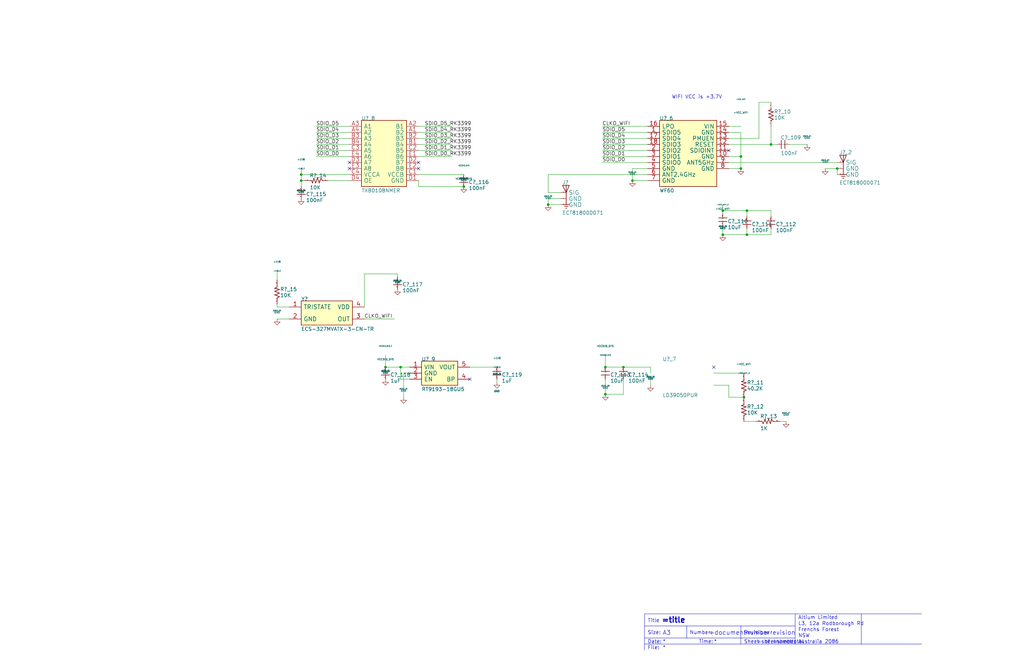
<source format=kicad_sch>
(kicad_sch (version 20230121) (generator eeschema)
  (paper "B")
  (title_block (title "[4]-WIFI Module WF60-SchDoc") (date "03 04 2023"))
  (lib_symbols
    (symbol "[4]-WIFI Module WF60-SchDoc-rescue:CAP_100nF-25V-10%-0201-" (pin_names (offset 1.016))
      (property "Reference" "C" (at 2.032 -1.524 0))
      (property "Value" "CAP_100nF-25V-10%-0201" (at 2.032 -4.064 90))
      (symbol "CAP_100nF-25V-10%-0201-_0_1"
        (polyline (pts (xy -0.762 1.778) (xy -0.762 -1.778)) (stroke (width 0.254)))
        (polyline (pts (xy 0.762 1.778) (xy 0.762 -1.778)) (stroke (width 0.254)))
        (pin passive line (at -2.54 0 0) (length 1.778) (name "1") (number "1"))
        (pin passive line (at 2.54 0 180) (length 1.778) (name "2") (number "2"))
      )
    )
    (symbol "[4]-WIFI Module WF60-SchDoc-rescue:CAP_10uF-10V-10%-0603-" (pin_names (offset 1.016))
      (property "Reference" "C" (at 2.032 -1.524 0))
      (property "Value" "CAP_10uF-10V-10%-0603" (at 2.032 -4.064 90))
      (symbol "CAP_10uF-10V-10%-0603-_0_1"
        (polyline (pts (xy -0.762 1.778) (xy -0.762 -1.778)) (stroke (width 0.254)))
        (polyline (pts (xy 0.762 1.778) (xy 0.762 -1.778)) (stroke (width 0.254)))
        (pin passive line (at -2.54 0 0) (length 1.778) (name "1") (number "1"))
        (pin passive line (at 2.54 0 180) (length 1.778) (name "2") (number "2"))
      )
    )
    (symbol "[4]-WIFI Module WF60-SchDoc-rescue:CAP_1uF-16V-10%-0201-" (pin_names (offset 1.016))
      (property "Reference" "C" (at 2.032 -1.524 0))
      (property "Value" "CAP_1uF-16V-10%-0201" (at 2.032 -4.064 90))
      (symbol "CAP_1uF-16V-10%-0201-_0_1"
        (polyline (pts (xy -0.762 1.778) (xy -0.762 -1.778)) (stroke (width 0.254)))
        (polyline (pts (xy 0.762 1.778) (xy 0.762 -1.778)) (stroke (width 0.254)))
        (pin passive line (at -2.54 0 0) (length 1.778) (name "1") (number "1"))
        (pin passive line (at 2.54 0 180) (length 1.778) (name "2") (number "2"))
      )
    )
    (symbol "[4]-WIFI Module WF60-SchDoc-rescue:CON-PLG_3X1-ECT818000071-ST-SMD-" (pin_names (offset 1.016))
      (property "Reference" "J" (at -1.778 3.302 0))
      (property "Value" "CON-PLG_3X1-ECT818000071-ST-SMD" (at -1.778 -9.398 0))
      (symbol "CON-PLG_3X1-ECT818000071-ST-SMD-_0_1"
        (polyline (pts (xy -1.524 3.048) (xy 0 3.048)) (stroke (width 0.254)))
        (polyline (pts (xy -0.762 -5.842) (xy 0.762 -5.842)) (stroke (width 0.254)))
        (polyline (pts (xy -0.254 -6.604) (xy 0.254 -6.604)) (stroke (width 0.254)))
        (polyline (pts (xy 0 -5.08) (xy -1.27 -5.08)) (stroke (width 0.254)))
        (polyline (pts (xy 0 -5.08) (xy 1.27 -5.08)) (stroke (width 0.254)))
        (polyline (pts (xy 0 0) (xy -1.524 3.048)) (stroke (width 0.254)))
        (polyline (pts (xy 0 0) (xy 0 -5.08)) (stroke (width 0.254)))
        (polyline (pts (xy 0 3.048) (xy 0 0)) (stroke (width 0.254)))
        (polyline (pts (xy 0 3.048) (xy 1.27 3.048)) (stroke (width 0.254)))
        (polyline (pts (xy 1.27 3.048) (xy 0 0)) (stroke (width 0.254)))
        (pin passive line (at -2.54 -2.54 0) (length 2.54) (name "GND") (number "1"))
        (pin passive line (at -2.54 0 0) (length 2.54) (name "SIG") (number "2"))
        (pin passive line (at -2.54 -5.08 0) (length 2.54) (name "GND") (number "3"))
      )
    )
    (symbol "[4]-WIFI Module WF60-SchDoc-rescue:IC_TXB0108NMER-" (pin_names (offset 1.016))
      (property "Reference" "U" (at 0 0 0))
      (property "Value" "IC_TXB0108NMER" (at 0 -30.48 0))
      (symbol "IC_TXB0108NMER-_0_1"
        (rectangle (start 0 -27.94) (end 19.05 0) (stroke (width 0.254)) (fill (type background)))
        (pin passive line (at 24.13 -5.08 180) (length 5.08) (name "B2") (number "A1"))
        (pin passive line (at 24.13 -2.54 180) (length 5.08) (name "B1") (number "A2"))
        (pin passive line (at -5.08 -2.54 0) (length 5.08) (name "A1") (number "A3"))
        (pin passive line (at -5.08 -5.08 0) (length 5.08) (name "A2") (number "A4"))
        (pin passive line (at 24.13 -10.16 180) (length 5.08) (name "B4") (number "B1"))
        (pin passive line (at 24.13 -7.62 180) (length 5.08) (name "B3") (number "B2"))
        (pin passive line (at -5.08 -7.62 0) (length 5.08) (name "A3") (number "B3"))
        (pin passive line (at -5.08 -10.16 0) (length 5.08) (name "A4") (number "B4"))
        (pin passive line (at 24.13 -22.86 180) (length 5.08) (name "VCCB") (number "C1"))
        (pin passive line (at 24.13 -12.7 180) (length 5.08) (name "B5") (number "C2"))
        (pin passive line (at -5.08 -12.7 0) (length 5.08) (name "A5") (number "C3"))
        (pin passive line (at -5.08 -22.86 0) (length 5.08) (name "VCCA") (number "C4"))
        (pin passive line (at 24.13 -25.4 180) (length 5.08) (name "GND") (number "D1"))
        (pin passive line (at 24.13 -17.78 180) (length 5.08) (name "B7") (number "D2"))
        (pin passive line (at -5.08 -17.78 0) (length 5.08) (name "A7") (number "D3"))
        (pin passive line (at -5.08 -25.4 0) (length 5.08) (name "OE") (number "D4"))
        (pin passive line (at 24.13 -15.24 180) (length 5.08) (name "B6") (number "E1"))
        (pin passive line (at 24.13 -20.32 180) (length 5.08) (name "B8") (number "E2"))
        (pin passive line (at -5.08 -20.32 0) (length 5.08) (name "A8") (number "E3"))
        (pin passive line (at -5.08 -15.24 0) (length 5.08) (name "A6") (number "E4"))
      )
    )
    (symbol "[4]-WIFI Module WF60-SchDoc-rescue:MOD_WF60-SMD-" (pin_names (offset 1.016))
      (property "Reference" "U" (at 0 0 0))
      (property "Value" "MOD_WF60-SMD" (at 0 -30.48 0))
      (symbol "MOD_WF60-SMD-_0_1"
        (rectangle (start 0 -27.94) (end 24.13 0) (stroke (width 0.254)) (fill (type background)))
        (pin passive line (at -5.08 -5.08 0) (length 5.08) (name "SDIO5") (number "1"))
        (pin passive line (at 29.21 -15.24 180) (length 5.08) (name "GND") (number "10"))
        (pin passive line (at 29.21 -12.7 180) (length 5.08) (name "SDIOINT") (number "11"))
        (pin passive line (at 29.21 -10.16 180) (length 5.08) (name "RESET") (number "12"))
        (pin passive line (at 29.21 -7.62 180) (length 5.08) (name "PMUEN") (number "13"))
        (pin passive line (at 29.21 -5.08 180) (length 5.08) (name "GND") (number "14"))
        (pin passive line (at 29.21 -2.54 180) (length 5.08) (name "VIN") (number "15"))
        (pin passive line (at -5.08 -2.54 0) (length 5.08) (name "LPO") (number "16"))
        (pin passive line (at -5.08 -7.62 0) (length 5.08) (name "SDIO4") (number "17"))
        (pin passive line (at -5.08 -10.16 0) (length 5.08) (name "SDIO3") (number "18"))
        (pin passive line (at -5.08 -12.7 0) (length 5.08) (name "SDIO2") (number "2"))
        (pin passive line (at -5.08 -15.24 0) (length 5.08) (name "SDIO1") (number "3"))
        (pin passive line (at -5.08 -17.78 0) (length 5.08) (name "SDIO0") (number "4"))
        (pin passive line (at -5.08 -20.32 0) (length 5.08) (name "GND") (number "5"))
        (pin passive line (at -5.08 -22.86 0) (length 5.08) (name "ANT2.4GHz") (number "6"))
        (pin passive line (at -5.08 -25.4 0) (length 5.08) (name "GND") (number "7"))
        (pin passive line (at 29.21 -20.32 180) (length 5.08) (name "GND") (number "8"))
        (pin passive line (at 29.21 -17.78 180) (length 5.08) (name "ANT5GHz") (number "9"))
      )
    )
    (symbol "[4]-WIFI Module WF60-SchDoc-rescue:REG_1.8V-300mA-5.5V-SC70-5-" (pin_names (offset 1.016))
      (property "Reference" "U" (at 0 0 0))
      (property "Value" "REG_1.8V-300mA-5.5V-SC70-5" (at 0 -12.7 0))
      (symbol "REG_1.8V-300mA-5.5V-SC70-5-_0_1"
        (rectangle (start 0 -10.16) (end 15.24 0) (stroke (width 0.254)) (fill (type background)))
        (pin passive line (at -5.08 -2.54 0) (length 5.08) (name "VIN") (number "1"))
        (pin passive line (at -5.08 -5.08 0) (length 5.08) (name "GND") (number "2"))
        (pin passive line (at -5.08 -7.62 0) (length 5.08) (name "EN") (number "3"))
        (pin passive line (at 20.32 -7.62 180) (length 5.08) (name "BP") (number "4"))
        (pin passive line (at 20.32 -2.54 180) (length 5.08) (name "VOUT") (number "5"))
      )
    )
    (symbol "[4]-WIFI Module WF60-SchDoc-rescue:RES_10K-0.05W-1%-0201-" (pin_names (offset 1.016))
      (property "Reference" "R" (at 1.27 5.334 0))
      (property "Value" "RES_10K-0.05W-1%-0201" (at 1.27 2.794 90))
      (symbol "RES_10K-0.05W-1%-0201-_0_1"
        (polyline (pts (xy 2.032 0) (xy 2.54 0)) (stroke (width 0.254)))
        (polyline (pts (xy 3.048 -1.016) (xy 2.54 0)) (stroke (width 0.254)))
        (polyline (pts (xy 3.048 -1.016) (xy 3.81 1.016)) (stroke (width 0.254)))
        (polyline (pts (xy 4.572 -1.016) (xy 3.81 1.016)) (stroke (width 0.254)))
        (polyline (pts (xy 4.572 -1.016) (xy 5.334 1.016)) (stroke (width 0.254)))
        (polyline (pts (xy 5.334 1.016) (xy 6.096 -1.016)) (stroke (width 0.254)))
        (polyline (pts (xy 6.604 1.016) (xy 6.096 -1.016)) (stroke (width 0.254)))
        (polyline (pts (xy 6.604 1.016) (xy 7.112 0)) (stroke (width 0.254)))
        (polyline (pts (xy 7.62 0) (xy 7.112 0)) (stroke (width 0.254)))
        (pin passive line (at 0 0 0) (length 2.54) (name "1") (number "1"))
        (pin passive line (at 10.16 0 180) (length 2.54) (name "2") (number "2"))
      )
    )
    (symbol "[4]-WIFI Module WF60-SchDoc-rescue:RES_1K-0.05W-1%-0201-" (pin_names (offset 1.016))
      (property "Reference" "R" (at 1.778 1.27 0))
      (property "Value" "RES_1K-0.05W-1%-0201" (at 1.778 -3.81 0))
      (symbol "RES_1K-0.05W-1%-0201-_0_1"
        (polyline (pts (xy 2.032 0) (xy 2.54 0)) (stroke (width 0.254)))
        (polyline (pts (xy 3.048 -1.016) (xy 2.54 0)) (stroke (width 0.254)))
        (polyline (pts (xy 3.048 -1.016) (xy 3.81 1.016)) (stroke (width 0.254)))
        (polyline (pts (xy 4.572 -1.016) (xy 3.81 1.016)) (stroke (width 0.254)))
        (polyline (pts (xy 4.572 -1.016) (xy 5.334 1.016)) (stroke (width 0.254)))
        (polyline (pts (xy 5.334 1.016) (xy 6.096 -1.016)) (stroke (width 0.254)))
        (polyline (pts (xy 6.604 1.016) (xy 6.096 -1.016)) (stroke (width 0.254)))
        (polyline (pts (xy 6.604 1.016) (xy 7.112 0)) (stroke (width 0.254)))
        (polyline (pts (xy 7.62 0) (xy 7.112 0)) (stroke (width 0.254)))
        (pin passive line (at 0 0 0) (length 2.54) (name "1") (number "1"))
        (pin passive line (at 10.16 0 180) (length 2.54) (name "2") (number "2"))
      )
    )
    (symbol "[4]-WIFI Module WF60-SchDoc-rescue:RES_40.2K-0.05W-1%-0201-" (pin_names (offset 1.016))
      (property "Reference" "R" (at 1.27 5.334 0))
      (property "Value" "RES_40.2K-0.05W-1%-0201" (at 1.27 2.794 90))
      (symbol "RES_40.2K-0.05W-1%-0201-_0_1"
        (polyline (pts (xy 2.032 0) (xy 2.54 0)) (stroke (width 0.254)))
        (polyline (pts (xy 3.048 -1.016) (xy 2.54 0)) (stroke (width 0.254)))
        (polyline (pts (xy 3.048 -1.016) (xy 3.81 1.016)) (stroke (width 0.254)))
        (polyline (pts (xy 4.572 -1.016) (xy 3.81 1.016)) (stroke (width 0.254)))
        (polyline (pts (xy 4.572 -1.016) (xy 5.334 1.016)) (stroke (width 0.254)))
        (polyline (pts (xy 5.334 1.016) (xy 6.096 -1.016)) (stroke (width 0.254)))
        (polyline (pts (xy 6.604 1.016) (xy 6.096 -1.016)) (stroke (width 0.254)))
        (polyline (pts (xy 6.604 1.016) (xy 7.112 0)) (stroke (width 0.254)))
        (polyline (pts (xy 7.62 0) (xy 7.112 0)) (stroke (width 0.254)))
        (pin passive line (at 0 0 0) (length 2.54) (name "1") (number "1"))
        (pin passive line (at 10.16 0 180) (length 2.54) (name "2") (number "2"))
      )
    )
    (symbol "[4]-WIFI Module WF60-SchDoc-rescue:XTAL_ECS-327MVATX-2-CN-TR-" (pin_names (offset 1.016))
      (property "Reference" "Y" (at -21.59 10.16 0))
      (property "Value" "XTAL_ECS-327MVATX-2-CN-TR" (at -21.59 -2.54 0))
      (symbol "XTAL_ECS-327MVATX-2-CN-TR-_0_1"
        (rectangle (start 21.59 0) (end 0 -10.16) (stroke (width 0.254)) (fill (type background)))
        (pin passive line (at 26.67 -7.62 180) (length 5.08) (name "TRISTATE") (number "1"))
        (pin passive line (at 26.67 -2.54 180) (length 5.08) (name "GND") (number "2"))
        (pin passive line (at -5.08 -2.54 0) (length 5.08) (name "OUT") (number "3"))
        (pin passive line (at -5.08 -7.62 0) (length 5.08) (name "VDD") (number "4"))
      )
    )
    (symbol "power:GND" (power) (pin_names (offset 0))
      (property "Value" "GND" (at 0 -3.81 0))
      (symbol "GND_0_1"
        (polyline (pts (xy 0 0) (xy 0 -1.27) (xy 1.27 -1.27) (xy 0 -2.54) (xy -1.27 -1.27) (xy 0 -1.27)))
      )
      (symbol "GND_1_1"
        (pin power_in line (at 0 0 270) (length 0) hide (name "GND") (number "1"))
      )
    )
  )
  (junction (at 266.7 76.2))
  (junction (at 255.27 166.37))
  (junction (at 304.8 88.9))
  (junction (at 312.42 66.04))
  (junction (at 262.89 154.94))
  (junction (at 231.14 86.36))
  (junction (at 168.91 154.94))
  (junction (at 314.96 99.06))
  (junction (at 312.42 71.12))
  (junction (at 304.8 99.06))
  (junction (at 255.27 154.94))
  (junction (at 127 76.2))
  (junction (at 314.96 88.9))
  (junction (at 195.58 78.74))
  (junction (at 325.12 60.96))
  (junction (at 313.69 167.64))
  (junction (at 127 73.66))
  (junction (at 162.56 154.94))
  (junction (at 353.06 71.12))
  (no_connect (at 176.53 71.12))
  (no_connect (at 307.34 63.5))
  (no_connect (at 300.99 154.94))
  (no_connect (at 147.32 71.12))
  (no_connect (at 198.12 160.02))
  (no_connect (at 147.32 68.58))
  (no_connect (at 176.53 68.58))
  (wire (pts (xy 255.27 166.37) (xy 255.27 160.02)))
  (wire (pts (xy 274.32 162.56) (xy 274.32 160.02)))
  (polyline (pts (xy 363.22 259.08) (xy 388.62 259.08)))
  (wire (pts (xy 307.34 53.34) (xy 312.42 53.34)))
  (wire (pts (xy 312.42 66.04) (xy 312.42 55.88)))
  (wire (pts (xy 133.35 55.88) (xy 147.32 55.88)))
  (wire (pts (xy 231.14 86.36) (xy 231.14 83.82)))
  (wire (pts (xy 266.7 71.12) (xy 273.05 71.12)))
  (wire (pts (xy 320.04 43.18) (xy 320.04 58.42)))
  (wire (pts (xy 231.14 73.66) (xy 273.05 73.66)))
  (wire (pts (xy 176.53 66.04) (xy 190.5 66.04)))
  (wire (pts (xy 162.56 154.94) (xy 162.56 149.86)))
  (wire (pts (xy 133.35 53.34) (xy 147.32 53.34)))
  (wire (pts (xy 170.18 157.48) (xy 172.72 157.48)))
  (wire (pts (xy 307.34 162.56) (xy 300.99 162.56)))
  (wire (pts (xy 133.35 58.42) (xy 147.32 58.42)))
  (wire (pts (xy 254 53.34) (xy 273.05 53.34)))
  (wire (pts (xy 314.96 91.44) (xy 314.96 88.9)))
  (wire (pts (xy 328.93 177.8) (xy 331.47 177.8)))
  (wire (pts (xy 176.53 53.34) (xy 190.5 53.34)))
  (wire (pts (xy 307.34 60.96) (xy 325.12 60.96)))
  (wire (pts (xy 254 60.96) (xy 273.05 60.96)))
  (wire (pts (xy 254 58.42) (xy 273.05 58.42)))
  (wire (pts (xy 231.14 83.82) (xy 236.22 83.82)))
  (wire (pts (xy 195.58 73.66) (xy 176.53 73.66)))
  (wire (pts (xy 254 66.04) (xy 273.05 66.04)))
  (polyline (pts (xy 388.62 271.78) (xy 363.22 271.78)))
  (wire (pts (xy 133.35 60.96) (xy 147.32 60.96)))
  (wire (pts (xy 314.96 96.52) (xy 314.96 99.06)))
  (wire (pts (xy 325.12 60.96) (xy 325.12 53.34)))
  (polyline (pts (xy 271.78 259.08) (xy 363.22 259.08)))
  (wire (pts (xy 176.53 63.5) (xy 190.5 63.5)))
  (wire (pts (xy 121.92 129.54) (xy 116.84 129.54)))
  (wire (pts (xy 266.7 76.2) (xy 266.7 71.12)))
  (wire (pts (xy 176.53 78.74) (xy 195.58 78.74)))
  (polyline (pts (xy 335.28 271.78) (xy 335.28 259.08)))
  (wire (pts (xy 320.04 58.42) (xy 307.34 58.42)))
  (wire (pts (xy 147.32 73.66) (xy 127 73.66)))
  (wire (pts (xy 325.12 88.9) (xy 314.96 88.9)))
  (wire (pts (xy 170.18 167.64) (xy 170.18 157.48)))
  (wire (pts (xy 353.06 71.12) (xy 347.98 71.12)))
  (wire (pts (xy 127 78.74) (xy 127 76.2)))
  (wire (pts (xy 153.67 115.57) (xy 153.67 129.54)))
  (wire (pts (xy 304.8 95.25) (xy 304.8 99.06)))
  (wire (pts (xy 274.32 154.94) (xy 262.89 154.94)))
  (wire (pts (xy 262.89 160.02) (xy 262.89 166.37)))
  (wire (pts (xy 307.34 167.64) (xy 307.34 162.56)))
  (wire (pts (xy 236.22 86.36) (xy 231.14 86.36)))
  (wire (pts (xy 314.96 88.9) (xy 304.8 88.9)))
  (wire (pts (xy 262.89 166.37) (xy 255.27 166.37)))
  (wire (pts (xy 307.34 71.12) (xy 312.42 71.12)))
  (wire (pts (xy 127 76.2) (xy 128.27 76.2)))
  (wire (pts (xy 325.12 99.06) (xy 325.12 96.52)))
  (wire (pts (xy 325.12 91.44) (xy 325.12 88.9)))
  (wire (pts (xy 121.92 134.62) (xy 116.84 134.62)))
  (wire (pts (xy 172.72 154.94) (xy 168.91 154.94)))
  (wire (pts (xy 312.42 55.88) (xy 307.34 55.88)))
  (wire (pts (xy 312.42 66.04) (xy 307.34 66.04)))
  (wire (pts (xy 209.55 160.02) (xy 209.55 161.29)))
  (polyline (pts (xy 335.28 264.16) (xy 271.78 264.16)))
  (wire (pts (xy 176.53 55.88) (xy 190.5 55.88)))
  (wire (pts (xy 176.53 58.42) (xy 190.5 58.42)))
  (wire (pts (xy 304.8 99.06) (xy 314.96 99.06)))
  (wire (pts (xy 176.53 60.96) (xy 190.5 60.96)))
  (wire (pts (xy 313.69 167.64) (xy 307.34 167.64)))
  (wire (pts (xy 312.42 71.12) (xy 312.42 66.04)))
  (wire (pts (xy 274.32 157.48) (xy 274.32 154.94)))
  (wire (pts (xy 262.89 154.94) (xy 255.27 154.94)))
  (wire (pts (xy 168.91 160.02) (xy 172.72 160.02)))
  (polyline (pts (xy 289.56 269.24) (xy 289.56 264.16)))
  (wire (pts (xy 231.14 81.28) (xy 231.14 73.66)))
  (wire (pts (xy 254 55.88) (xy 273.05 55.88)))
  (wire (pts (xy 167.64 116.84) (xy 167.64 115.57)))
  (wire (pts (xy 133.35 63.5) (xy 147.32 63.5)))
  (wire (pts (xy 167.64 115.57) (xy 153.67 115.57)))
  (wire (pts (xy 254 68.58) (xy 273.05 68.58)))
  (polyline (pts (xy 271.78 271.78) (xy 363.22 271.78)))
  (wire (pts (xy 198.12 154.94) (xy 209.55 154.94)))
  (wire (pts (xy 313.69 177.8) (xy 318.77 177.8)))
  (wire (pts (xy 304.8 86.36) (xy 304.8 88.9)))
  (wire (pts (xy 166.37 134.62) (xy 153.67 134.62)))
  (wire (pts (xy 236.22 81.28) (xy 231.14 81.28)))
  (wire (pts (xy 273.05 76.2) (xy 266.7 76.2)))
  (wire (pts (xy 127 73.66) (xy 127 76.2)))
  (wire (pts (xy 255.27 154.94) (xy 255.27 149.86)))
  (wire (pts (xy 304.8 88.9) (xy 304.8 90.17)))
  (wire (pts (xy 314.96 99.06) (xy 325.12 99.06)))
  (polyline (pts (xy 335.28 269.24) (xy 271.78 269.24)))
  (wire (pts (xy 168.91 154.94) (xy 162.56 154.94)))
  (wire (pts (xy 327.66 60.96) (xy 325.12 60.96)))
  (polyline (pts (xy 312.42 271.78) (xy 312.42 264.16)))
  (wire (pts (xy 176.53 76.2) (xy 176.53 78.74)))
  (wire (pts (xy 147.32 76.2) (xy 138.43 76.2)))
  (wire (pts (xy 133.35 66.04) (xy 147.32 66.04)))
  (wire (pts (xy 116.84 118.11) (xy 116.84 114.3)))
  (wire (pts (xy 332.74 60.96) (xy 340.36 60.96)))
  (wire (pts (xy 116.84 129.54) (xy 116.84 128.27)))
  (wire (pts (xy 168.91 154.94) (xy 168.91 160.02)))
  (wire (pts (xy 325.12 43.18) (xy 320.04 43.18)))
  (wire (pts (xy 254 63.5) (xy 273.05 63.5)))
  (wire (pts (xy 127 73.66) (xy 127 71.12)))
  (polyline (pts (xy 363.22 271.78) (xy 363.22 259.08)))
  (wire (pts (xy 353.06 68.58) (xy 307.34 68.58)))
  (wire (pts (xy 313.69 157.48) (xy 300.99 157.48)))
  (polyline (pts (xy 271.78 274.32) (xy 271.78 259.08)))
  (wire (pts (xy 353.06 73.66) (xy 353.06 71.12)))
  (text "=documentnumber" (at 298.958 268.224 0) (effects (font (size 1.8288 1.8288)) (justify left bottom)))
  (text "=sheettotal" (at 325.628 271.78 0) (effects (font (size 1.524 1.524)) (justify left bottom)))
  (text "*" (at 300.99 271.78 0) (effects (font (size 1.524 1.524)) (justify left bottom)))
  (text "Date:" (at 273.05 271.78 0) (effects (font (size 1.524 1.524)) (justify left bottom)))
  (text "=revision" (at 322.326 268.224 0) (effects (font (size 1.8288 1.8288)) (justify left bottom)))
  (text "WIFI VCC is +3.7V" (at 283.21 41.91 0) (effects (font (size 1.524 1.524)) (justify left bottom)))
  (text "Number:" (at 290.83 267.97 0) (effects (font (size 1.524 1.524)) (justify left bottom)))
  (text "Altium Limited" (at 336.55 261.62 0) (effects (font (size 1.524 1.524)) (justify left bottom)))
  (text "of" (at 322.326 271.78 0) (effects (font (size 1.524 1.524)) (justify left bottom)))
  (text "Time:" (at 294.64 271.78 0) (effects (font (size 1.524 1.524)) (justify left bottom)))
  (text "Size:" (at 273.05 267.97 0) (effects (font (size 1.524 1.524)) (justify left bottom)))
  (text "Frenchs Forest" (at 336.55 266.7 0) (effects (font (size 1.524 1.524)) (justify left bottom)))
  (text "L3, 12a Rodborough Rd" (at 336.55 264.16 0) (effects (font (size 1.524 1.524)) (justify left bottom)))
  (text "*" (at 279.4 274.32 0) (effects (font (size 1.524 1.524)) (justify left bottom)))
  (text "A3" (at 279.4 268.224 0) (effects (font (size 1.8288 1.8288)) (justify left bottom)))
  (text "*" (at 279.4 271.78 0) (effects (font (size 1.524 1.524)) (justify left bottom)))
  (text "File:" (at 273.05 274.32 0) (effects (font (size 1.524 1.524)) (justify left bottom)))
  (text "NSW" (at 336.55 269.24 0) (effects (font (size 1.524 1.524)) (justify left bottom)))
  (text "=title" (at 278.892 263.144 0) (effects (font (size 2.286 2.286) (thickness 0.4572) bold) (justify left bottom)))
  (text "Revision:" (at 313.69 267.97 0) (effects (font (size 1.524 1.524)) (justify left bottom)))
  (text "=sheetnumber" (at 319.024 271.78 0) (effects (font (size 1.524 1.524)) (justify left bottom)))
  (text "Australia 2086" (at 336.55 271.78 0) (effects (font (size 1.524 1.524)) (justify left bottom)))
  (text "Title" (at 273.05 262.89 0) (effects (font (size 1.524 1.524)) (justify left bottom)))
  (text "Sheet" (at 313.69 271.78 0) (effects (font (size 1.524 1.524)) (justify left bottom)))
  (label "SDIO_D1" (at 254 66.04 0) (effects (font (size 1.524 1.524))))
  (label "SDIO_D0_RK3399" (at 179.07 66.04 0) (effects (font (size 1.524 1.524))))
  (label "CLKO_WIFI" (at 153.67 134.62 0) (effects (font (size 1.524 1.524))))
  (label "SDIO_D2_RK3399" (at 179.07 60.96 0) (effects (font (size 1.524 1.524))))
  (label "SDIO_D5" (at 133.35 53.34 0) (effects (font (size 1.524 1.524))))
  (label "SDIO_D1_RK3399" (at 179.07 63.5 0) (effects (font (size 1.524 1.524))))
  (label "SDIO_D5_RK3399" (at 179.07 53.34 0) (effects (font (size 1.524 1.524))))
  (label "SDIO_D0" (at 254 68.58 0) (effects (font (size 1.524 1.524))))
  (label "SDIO_D4" (at 254 58.42 0) (effects (font (size 1.524 1.524))))
  (label "SDIO_D3_RK3399" (at 179.07 58.42 0) (effects (font (size 1.524 1.524))))
  (label "SDIO_D2" (at 254 63.5 0) (effects (font (size 1.524 1.524))))
  (label "SDIO_D1" (at 133.35 63.5 0) (effects (font (size 1.524 1.524))))
  (label "SDIO_D5" (at 254 55.88 0) (effects (font (size 1.524 1.524))))
  (label "CLKO_WIFI" (at 254 53.34 0) (effects (font (size 1.524 1.524))))
  (label "SDIO_D3" (at 133.35 58.42 0) (effects (font (size 1.524 1.524))))
  (label "SDIO_D4_RK3399" (at 179.07 55.88 0) (effects (font (size 1.524 1.524))))
  (label "SDIO_D2" (at 133.35 60.96 0) (effects (font (size 1.524 1.524))))
  (label "SDIO_D4" (at 133.35 55.88 0) (effects (font (size 1.524 1.524))))
  (label "SDIO_D0" (at 133.35 66.04 0) (effects (font (size 1.524 1.524))))
  (label "SDIO_D3" (at 254 60.96 0) (effects (font (size 1.524 1.524))))
  (symbol (lib_id "REG_5.5V-0 5.1V-0.5A-2.55W-DFN-6") (at 279.4 152.4 0) (unit 1)
    (property "Reference" "U?_7" (at 279.4 152.4 0) (effects (font (size 1.524 1.524)) (justify left bottom)))
    (property "Value" "LD39050PUR" (at 279.4 167.64 0) (effects (font (size 1.524 1.524)) (justify left bottom)))
  )
  (symbol (lib_id "[4]-WIFI Module WF60-SchDoc-rescue:CAP_100nF-25V-10%-0201-") (at 325.12 93.98 90) (unit 1)
    (property "Reference" "C?_112" (at 327.152 95.504 90) (effects (font (size 1.524 1.524)) (justify right top)))
    (property "Value" "100nF" (at 327.152 98.044 90) (effects (font (size 1.524 1.524)) (justify right top)))
  )
  (symbol (lib_id "[4]-WIFI Module WF60-SchDoc-rescue:CAP_100nF-25V-10%-0201-") (at 314.96 93.98 90) (unit 1)
    (property "Reference" "C?_111" (at 316.992 95.504 90) (effects (font (size 1.524 1.524)) (justify right top)))
    (property "Value" "100nF" (at 316.992 98.044 90) (effects (font (size 1.524 1.524)) (justify right top)))
  )
  (symbol (lib_id "[4]-WIFI Module WF60-SchDoc-rescue:CAP_10uF-10V-10%-0603-") (at 304.8 92.71 90) (unit 1)
    (property "Reference" "C?_110" (at 306.832 94.234 90) (effects (font (size 1.524 1.524)) (justify right top)))
    (property "Value" "10uF" (at 306.832 96.774 90) (effects (font (size 1.524 1.524)) (justify right top)))
  )
  (symbol (lib_id "[4]-WIFI Module WF60-SchDoc-rescue:CAP_100nF-25V-10%-0201-") (at 330.2 60.96 180) (unit 1)
    (property "Reference" "C?_109" (at 329.184 58.928 0) (effects (font (size 1.524 1.524)) (justify right top)))
    (property "Value" "100nF" (at 329.184 65.532 0) (effects (font (size 1.524 1.524)) (justify right top)))
  )
  (symbol (lib_id "[4]-WIFI Module WF60-SchDoc-rescue:RES_10K-0.05W-1%-0201-") (at 325.12 53.34 90) (unit 1)
    (property "Reference" "R?_10" (at 326.39 48.006 90) (effects (font (size 1.524 1.524)) (justify right top)))
    (property "Value" "10K" (at 326.39 50.546 90) (effects (font (size 1.524 1.524)) (justify right top)))
  )
  (symbol (lib_id "[4]-WIFI Module WF60-SchDoc-rescue:CON-PLG_3X1-ECT818000071-ST-SMD-") (at 355.6 68.58 0) (unit 1)
    (property "Reference" "J?_2" (at 353.949 65.151 0) (effects (font (size 1.524 1.524)) (justify left bottom)))
    (property "Value" "ECT818000071" (at 353.949 77.978 0) (effects (font (size 1.524 1.524)) (justify left bottom)))
  )
  (symbol (lib_id "[4]-WIFI Module WF60-SchDoc-rescue:CAP_1uF-16V-10%-0201-") (at 209.55 157.48 90) (unit 1)
    (property "Reference" "C?_119" (at 211.582 159.004 90) (effects (font (size 1.524 1.524)) (justify right top)))
    (property "Value" "1uF" (at 211.582 161.544 90) (effects (font (size 1.524 1.524)) (justify right top)))
  )
  (symbol (lib_id "[4]-WIFI Module WF60-SchDoc-rescue:CAP_1uF-16V-10%-0201-") (at 162.56 157.48 90) (unit 1)
    (property "Reference" "C?_118" (at 164.592 159.004 90) (effects (font (size 1.524 1.524)) (justify right top)))
    (property "Value" "1uF" (at 164.592 161.544 90) (effects (font (size 1.524 1.524)) (justify right top)))
  )
  (symbol (lib_id "[4]-WIFI Module WF60-SchDoc-rescue:REG_1.8V-300mA-5.5V-SC70-5-") (at 177.8 152.4 0) (unit 1)
    (property "Reference" "U?_9" (at 177.8 152.4 0) (effects (font (size 1.524 1.524)) (justify left bottom)))
    (property "Value" "RT9193-18GU5" (at 177.8 165.1 0) (effects (font (size 1.524 1.524)) (justify left bottom)))
  )
  (symbol (lib_id "[4]-WIFI Module WF60-SchDoc-rescue:CAP_100nF-25V-10%-0201-") (at 167.64 119.38 90) (unit 1)
    (property "Reference" "C?_117" (at 169.672 120.904 90) (effects (font (size 1.524 1.524)) (justify right top)))
    (property "Value" "100nF" (at 169.672 123.444 90) (effects (font (size 1.524 1.524)) (justify right top)))
  )
  (symbol (lib_id "[4]-WIFI Module WF60-SchDoc-rescue:RES_10K-0.05W-1%-0201-") (at 116.84 128.27 90) (unit 1)
    (property "Reference" "R?_15" (at 118.11 122.936 90) (effects (font (size 1.524 1.524)) (justify right top)))
    (property "Value" "10K" (at 118.11 125.476 90) (effects (font (size 1.524 1.524)) (justify right top)))
  )
  (symbol (lib_id "[4]-WIFI Module WF60-SchDoc-rescue:CON-PLG_3X1-ECT818000071-ST-SMD-") (at 238.76 81.28 0) (unit 1)
    (property "Reference" "J?" (at 237.109 77.851 0) (effects (font (size 1.524 1.524)) (justify left bottom)))
    (property "Value" "ECT818000071" (at 237.109 90.678 0) (effects (font (size 1.524 1.524)) (justify left bottom)))
  )
  (symbol (lib_id "[4]-WIFI Module WF60-SchDoc-rescue:XTAL_ECS-327MVATX-2-CN-TR-") (at 148.59 137.16 180) (unit 1)
    (property "Reference" "Y?" (at 127 127 0) (effects (font (size 1.524 1.524)) (justify right top)))
    (property "Value" "ECS-327MVATX-3-CN-TR" (at 127 139.7 0) (effects (font (size 1.524 1.524)) (justify right top)))
  )
  (symbol (lib_id "[4]-WIFI Module WF60-SchDoc-rescue:CAP_100nF-25V-10%-0201-") (at 195.58 76.2 90) (unit 1)
    (property "Reference" "C?_116" (at 197.612 77.724 90) (effects (font (size 1.524 1.524)) (justify right top)))
    (property "Value" "100nF" (at 197.612 80.264 90) (effects (font (size 1.524 1.524)) (justify right top)))
  )
  (symbol (lib_id "[4]-WIFI Module WF60-SchDoc-rescue:CAP_100nF-25V-10%-0201-") (at 127 81.28 90) (unit 1)
    (property "Reference" "C?_115" (at 129.032 82.804 90) (effects (font (size 1.524 1.524)) (justify right top)))
    (property "Value" "100nF" (at 129.032 85.344 90) (effects (font (size 1.524 1.524)) (justify right top)))
  )
  (symbol (lib_id "[4]-WIFI Module WF60-SchDoc-rescue:RES_10K-0.05W-1%-0201-") (at 138.43 76.2 180) (unit 1)
    (property "Reference" "R?_14" (at 130.556 74.93 0) (effects (font (size 1.524 1.524)) (justify right top)))
    (property "Value" "10K" (at 130.556 80.01 0) (effects (font (size 1.524 1.524)) (justify right top)))
  )
  (symbol (lib_id "[4]-WIFI Module WF60-SchDoc-rescue:IC_TXB0108NMER-") (at 152.4 50.8 0) (unit 1)
    (property "Reference" "U?_8" (at 152.4 50.8 0) (effects (font (size 1.524 1.524)) (justify left bottom)))
    (property "Value" "TXB0108NMER" (at 152.4 81.28 0) (effects (font (size 1.524 1.524)) (justify left bottom)))
  )
  (symbol (lib_id "[4]-WIFI Module WF60-SchDoc-rescue:CAP_100nF-25V-10%-0201-") (at 262.89 157.48 90) (unit 1)
    (property "Reference" "C?_114" (at 264.922 159.004 90) (effects (font (size 1.524 1.524)) (justify right top)))
    (property "Value" "100nF" (at 264.922 161.544 90) (effects (font (size 1.524 1.524)) (justify right top)))
  )
  (symbol (lib_id "[4]-WIFI Module WF60-SchDoc-rescue:CAP_10uF-10V-10%-0603-") (at 255.27 157.48 90) (unit 1)
    (property "Reference" "C?_113" (at 257.302 159.004 90) (effects (font (size 1.524 1.524)) (justify right top)))
    (property "Value" "10uF" (at 257.302 161.544 90) (effects (font (size 1.524 1.524)) (justify right top)))
  )
  (symbol (lib_id "[4]-WIFI Module WF60-SchDoc-rescue:RES_1K-0.05W-1%-0201-") (at 318.77 177.8 0) (unit 1)
    (property "Reference" "R?_13" (at 320.548 176.53 0) (effects (font (size 1.524 1.524)) (justify left bottom)))
    (property "Value" "1K" (at 320.548 181.61 0) (effects (font (size 1.524 1.524)) (justify left bottom)))
  )
  (symbol (lib_id "[4]-WIFI Module WF60-SchDoc-rescue:RES_10K-0.05W-1%-0201-") (at 313.69 177.8 90) (unit 1)
    (property "Reference" "R?_12" (at 314.96 172.466 90) (effects (font (size 1.524 1.524)) (justify right top)))
    (property "Value" "10K" (at 314.96 175.006 90) (effects (font (size 1.524 1.524)) (justify right top)))
  )
  (symbol (lib_id "[4]-WIFI Module WF60-SchDoc-rescue:RES_40.2K-0.05W-1%-0201-") (at 313.69 167.64 90) (unit 1)
    (property "Reference" "R?_11" (at 314.96 162.306 90) (effects (font (size 1.524 1.524)) (justify right top)))
    (property "Value" "40.2K" (at 314.96 164.846 90) (effects (font (size 1.524 1.524)) (justify right top)))
  )
  (symbol (lib_id "[4]-WIFI Module WF60-SchDoc-rescue:MOD_WF60-SMD-") (at 278.13 50.8 0) (unit 1)
    (property "Reference" "U?_6" (at 278.13 50.8 0) (effects (font (size 1.524 1.524)) (justify left bottom)))
    (property "Value" "WF60" (at 278.13 81.28 0) (effects (font (size 1.524 1.524)) (justify left bottom)))
  )
  (symbol (lib_id "power:GND") (at 209.55 161.29 0) (unit 1)
    (property "Reference" "GND_35" (at 209.55 157.734 0) (effects (font (size 0.508 0.508))))
    (property "Value" "GND" (at 209.55 165.1 0) (effects (font (size 0.762 0.762))))
  )
  (symbol (lib_id "power:++1V8") (at 209.55 154.94 0) (unit 1)
    (property "Reference" "+1V8_5" (at 209.55 154.94 0) (effects (font (size 0.508 0.508))))
    (property "Value" "+1V8" (at 209.55 151.13 0) (effects (font (size 0.762 0.762))))
  )
  (symbol (lib_id "power:GND") (at 170.18 167.64 0) (unit 1)
    (property "Reference" "GND_34" (at 170.18 164.084 0) (effects (font (size 0.508 0.508))))
    (property "Value" "GND" (at 170.18 164.846 0) (effects (font (size 0.762 0.762))))
  )
  (symbol (lib_id "power:GND") (at 162.56 160.02 0) (unit 1)
    (property "Reference" "GND_33" (at 162.56 156.464 0) (effects (font (size 0.508 0.508))))
    (property "Value" "GND" (at 162.56 157.226 0) (effects (font (size 0.762 0.762))))
  )
  (symbol (lib_id "power:+VCC3V3_SYS") (at 162.56 149.86 0) (unit 1)
    (property "Reference" "VCC3V3_SYS_2" (at 162.56 146.05 0) (effects (font (size 0.508 0.508))))
    (property "Value" "VCC3V3_SYS" (at 162.56 151.638 0) (effects (font (size 0.762 0.762))))
  )
  (symbol (lib_id "power:GND") (at 116.84 134.62 0) (unit 1)
    (property "Reference" "GND_32" (at 116.84 131.064 0) (effects (font (size 0.508 0.508))))
    (property "Value" "GND" (at 116.84 131.826 0) (effects (font (size 0.762 0.762))))
  )
  (symbol (lib_id "power:GND") (at 167.64 121.92 0) (unit 1)
    (property "Reference" "GND_31" (at 167.64 118.364 0) (effects (font (size 0.508 0.508))))
    (property "Value" "GND" (at 167.64 119.126 0) (effects (font (size 0.762 0.762))))
  )
  (symbol (lib_id "power:++1V8") (at 153.67 115.57 0) (unit 1)
    (property "Reference" "+1V8_4" (at 153.67 115.57 0) (effects (font (size 0.508 0.508))))
    (property "Value" "+1V8" (at 153.67 111.76 0) (effects (font (size 0.762 0.762))))
  )
  (symbol (lib_id "power:++1V8") (at 116.84 114.3 0) (unit 1)
    (property "Reference" "+1V8_3" (at 116.84 114.3 0) (effects (font (size 0.508 0.508))))
    (property "Value" "+1V8" (at 116.84 110.49 0) (effects (font (size 0.762 0.762))))
  )
  (symbol (lib_id "power:GND") (at 195.58 78.74 0) (unit 1)
    (property "Reference" "GND_30" (at 195.58 75.184 0) (effects (font (size 0.508 0.508))))
    (property "Value" "GND" (at 195.58 75.946 0) (effects (font (size 0.762 0.762))))
  )
  (symbol (lib_id "power:+VCC3V3_SYS") (at 195.58 73.66 0) (unit 1)
    (property "Reference" "VCC3V3_SYS" (at 195.58 69.85 0) (effects (font (size 0.508 0.508))))
    (property "Value" "VCC3V3_SYS" (at 195.58 75.438 0) (effects (font (size 0.762 0.762))))
  )
  (symbol (lib_id "power:GND") (at 127 83.82 0) (unit 1)
    (property "Reference" "GND_29" (at 127 80.264 0) (effects (font (size 0.508 0.508))))
    (property "Value" "GND" (at 127 81.026 0) (effects (font (size 0.762 0.762))))
  )
  (symbol (lib_id "power:++1V8") (at 127 71.12 0) (unit 1)
    (property "Reference" "+1V8_2" (at 127 71.12 0) (effects (font (size 0.508 0.508))))
    (property "Value" "+1V8" (at 127 67.31 0) (effects (font (size 0.762 0.762))))
  )
  (symbol (lib_id "power:GND") (at 255.27 166.37 0) (unit 1)
    (property "Reference" "GND_28" (at 255.27 162.814 0) (effects (font (size 0.508 0.508))))
    (property "Value" "GND" (at 255.27 163.576 0) (effects (font (size 0.762 0.762))))
  )
  (symbol (lib_id "power:GND") (at 331.47 177.8 0) (unit 1)
    (property "Reference" "GND_27" (at 331.47 174.244 0) (effects (font (size 0.508 0.508))))
    (property "Value" "GND" (at 331.47 175.006 0) (effects (font (size 0.762 0.762))))
  )
  (symbol (lib_id "power:+VCC_WIFI") (at 313.69 157.48 0) (unit 1)
    (property "Reference" "+VCC_WIFI_3" (at 313.69 157.48 0) (effects (font (size 0.508 0.508))))
    (property "Value" "+VCC_WIFI" (at 313.69 153.67 0) (effects (font (size 0.762 0.762))))
  )
  (symbol (lib_id "power:GND") (at 274.32 162.56 0) (unit 1)
    (property "Reference" "GND_26" (at 274.32 159.004 0) (effects (font (size 0.508 0.508))))
    (property "Value" "GND" (at 274.32 159.766 0) (effects (font (size 0.762 0.762))))
  )
  (symbol (lib_id "power:+VCC5V0_SYS") (at 255.27 149.86 0) (unit 1)
    (property "Reference" "VCC5V0_SYS" (at 255.27 149.86 0) (effects (font (size 0.508 0.508))))
    (property "Value" "VCC5V0_SYS" (at 255.27 146.05 0) (effects (font (size 0.762 0.762))))
  )
  (symbol (lib_id "power:GND") (at 304.8 99.06 0) (unit 1)
    (property "Reference" "GND_25" (at 304.8 95.504 0) (effects (font (size 0.508 0.508))))
    (property "Value" "GND" (at 304.8 96.266 0) (effects (font (size 0.762 0.762))))
  )
  (symbol (lib_id "power:+VCC_WIFI") (at 304.8 86.36 0) (unit 1)
    (property "Reference" "+VCC_WIFI_2" (at 304.8 86.36 0) (effects (font (size 0.508 0.508))))
    (property "Value" "+VCC_WIFI" (at 304.8 88.138 0) (effects (font (size 0.762 0.762))))
  )
  (symbol (lib_id "power:+VCC_WIFI") (at 312.42 45.72 0) (unit 1)
    (property "Reference" "+VCC_WIFI" (at 312.42 41.91 0) (effects (font (size 0.508 0.508))))
    (property "Value" "+VCC_WIFI" (at 312.42 47.498 0) (effects (font (size 0.762 0.762))))
  )
  (symbol (lib_id "power:++1V8") (at 325.12 36.83 0) (unit 1)
    (property "Reference" "+1V8" (at 325.12 36.83 0) (effects (font (size 0.508 0.508))))
    (property "Value" "+1V8" (at 325.12 38.608 0) (effects (font (size 0.762 0.762))))
  )
  (symbol (lib_id "power:GND") (at 340.36 60.96 0) (unit 1)
    (property "Reference" "GND_24" (at 340.36 57.404 0) (effects (font (size 0.508 0.508))))
    (property "Value" "GND" (at 340.36 58.166 0) (effects (font (size 0.762 0.762))))
  )
  (symbol (lib_id "power:GND") (at 312.42 71.12 0) (unit 1)
    (property "Reference" "GND_23" (effects hide))
    (property "Value" "GND" (effects hide))
  )
  (symbol (lib_id "power:GND") (at 347.98 71.12 0) (unit 1)
    (property "Reference" "GND_22" (at 347.98 67.564 0) (effects (font (size 0.508 0.508))))
    (property "Value" "GND" (at 347.98 68.326 0) (effects (font (size 0.762 0.762))))
  )
  (symbol (lib_id "power:GND") (at 266.7 76.2 0) (unit 1)
    (property "Reference" "GND_21" (at 266.7 72.644 0) (effects (font (size 0.508 0.508))))
    (property "Value" "GND" (at 266.7 73.406 0) (effects (font (size 0.762 0.762))))
  )
  (symbol (lib_id "power:GND") (at 231.14 86.36 0) (unit 1)
    (property "Reference" "GND_20" (at 231.14 82.804 0) (effects (font (size 0.508 0.508))))
    (property "Value" "GND" (at 231.14 83.566 0) (effects (font (size 0.762 0.762))))
  )
)
</source>
